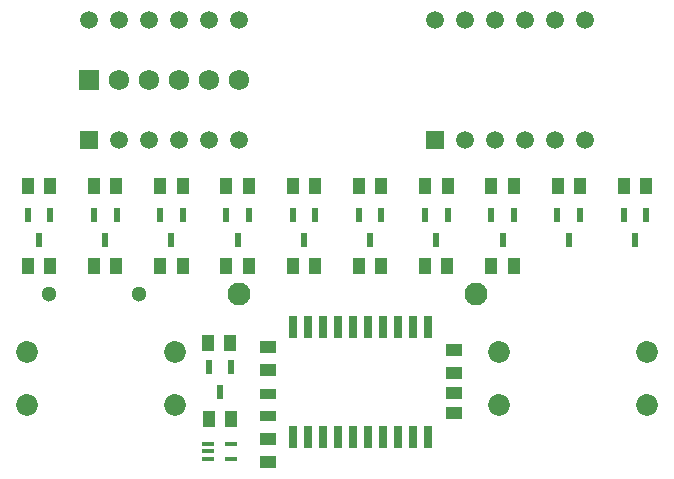
<source format=gbr>
%TF.GenerationSoftware,KiCad,Pcbnew,(5.1.10)-1*%
%TF.CreationDate,2021-07-06T17:58:10+02:00*%
%TF.ProjectId,StopWatch,53746f70-5761-4746-9368-2e6b69636164,rev?*%
%TF.SameCoordinates,Original*%
%TF.FileFunction,Soldermask,Top*%
%TF.FilePolarity,Negative*%
%FSLAX46Y46*%
G04 Gerber Fmt 4.6, Leading zero omitted, Abs format (unit mm)*
G04 Created by KiCad (PCBNEW (5.1.10)-1) date 2021-07-06 17:58:10*
%MOMM*%
%LPD*%
G01*
G04 APERTURE LIST*
%ADD10C,1.500000*%
%ADD11R,1.500000X1.500000*%
%ADD12R,1.400000X1.000000*%
%ADD13R,1.000000X1.400000*%
%ADD14R,0.600000X1.250000*%
%ADD15R,1.050000X0.400000*%
%ADD16C,1.850000*%
%ADD17C,1.950000*%
%ADD18C,1.300000*%
%ADD19R,1.400000X0.950000*%
%ADD20C,1.725000*%
%ADD21R,1.725000X1.725000*%
%ADD22R,0.650000X1.850000*%
%ADD23R,1.470000X1.050000*%
G04 APERTURE END LIST*
D10*
%TO.C,U3*%
X76970000Y-46360000D03*
X69350000Y-36200000D03*
X66810000Y-36200000D03*
X71890000Y-36200000D03*
X74430000Y-36200000D03*
X76970000Y-36200000D03*
X79510000Y-46360000D03*
X79510000Y-36200000D03*
X71890000Y-46360000D03*
X74430000Y-46360000D03*
D11*
X66810000Y-46360000D03*
D10*
X69350000Y-46360000D03*
%TD*%
%TO.C,U1*%
X37500000Y-36200000D03*
X40040000Y-36200000D03*
X42580000Y-36200000D03*
X45120000Y-36200000D03*
X47660000Y-36200000D03*
X50200000Y-36200000D03*
X50200000Y-46360000D03*
X47660000Y-46360000D03*
X45120000Y-46360000D03*
X42580000Y-46360000D03*
X40040000Y-46360000D03*
D11*
X37500000Y-46360000D03*
%TD*%
D12*
%TO.C,R27*%
X52681800Y-73568500D03*
X52681800Y-71668500D03*
%TD*%
D13*
%TO.C,R26*%
X82780000Y-50240000D03*
X84680000Y-50240000D03*
%TD*%
%TO.C,R25*%
X79073700Y-50230000D03*
X77173700Y-50230000D03*
%TD*%
%TO.C,R24*%
X34223400Y-56960000D03*
X32323400Y-56960000D03*
%TD*%
%TO.C,R23*%
X34223400Y-50221000D03*
X32323400Y-50221000D03*
%TD*%
%TO.C,R22*%
X37927200Y-56960000D03*
X39827200Y-56960000D03*
%TD*%
%TO.C,R21*%
X37929700Y-50221000D03*
X39829700Y-50221000D03*
%TD*%
%TO.C,R20*%
X43531000Y-56960000D03*
X45431000Y-56960000D03*
%TD*%
%TO.C,R19*%
X45436000Y-50221000D03*
X43536000Y-50221000D03*
%TD*%
%TO.C,R18*%
X73450000Y-56960000D03*
X71550000Y-56960000D03*
%TD*%
%TO.C,R17*%
X71567400Y-50221000D03*
X73467400Y-50221000D03*
%TD*%
D14*
%TO.C,Q11*%
X83730000Y-54772600D03*
X82775000Y-52672600D03*
X84685000Y-52672600D03*
%TD*%
%TO.C,Q10*%
X78123700Y-54771800D03*
X77168700Y-52671800D03*
X79078700Y-52671800D03*
%TD*%
%TO.C,Q9*%
X33273400Y-54776200D03*
X32318400Y-52676200D03*
X34228400Y-52676200D03*
%TD*%
%TO.C,Q8*%
X38879700Y-54776200D03*
X37924700Y-52676200D03*
X39834700Y-52676200D03*
%TD*%
%TO.C,Q7*%
X44486000Y-54776200D03*
X43531000Y-52676200D03*
X45441000Y-52676200D03*
%TD*%
%TO.C,Q6*%
X72517400Y-54776200D03*
X71562400Y-52676200D03*
X73472400Y-52676200D03*
%TD*%
D15*
%TO.C,IC2*%
X49497100Y-72040000D03*
X49497100Y-73340000D03*
X47597100Y-73340000D03*
X47597100Y-72690000D03*
X47597100Y-72040000D03*
%TD*%
D16*
%TO.C,S1*%
X72252000Y-64256000D03*
X84752000Y-64256000D03*
X72252000Y-68756000D03*
X84752000Y-68756000D03*
%TD*%
%TO.C,S2*%
X32252000Y-64256000D03*
X44752000Y-64256000D03*
X32252000Y-68756000D03*
X44752000Y-68756000D03*
%TD*%
D17*
%TO.C,U2*%
X50228500Y-59378700D03*
X70228500Y-59378700D03*
%TD*%
D13*
%TO.C,R14*%
X49546000Y-69936000D03*
X47646000Y-69936000D03*
%TD*%
%TO.C,R13*%
X49450000Y-63500000D03*
X47550000Y-63500000D03*
%TD*%
%TO.C,R10*%
X51034800Y-56960000D03*
X49134800Y-56960000D03*
%TD*%
%TO.C,R9*%
X51042300Y-50221000D03*
X49142300Y-50221000D03*
%TD*%
%TO.C,R8*%
X56638600Y-56960000D03*
X54738600Y-56960000D03*
%TD*%
%TO.C,R7*%
X56648600Y-50221000D03*
X54748600Y-50221000D03*
%TD*%
%TO.C,R6*%
X62242400Y-56960000D03*
X60342400Y-56960000D03*
%TD*%
%TO.C,R5*%
X62254800Y-50221000D03*
X60354800Y-50221000D03*
%TD*%
%TO.C,R4*%
X67846200Y-56960000D03*
X65946200Y-56960000D03*
%TD*%
D12*
%TO.C,R3*%
X52656000Y-65799000D03*
X52656000Y-63899000D03*
%TD*%
%TO.C,R2*%
X68370000Y-64154000D03*
X68370000Y-66054000D03*
%TD*%
D13*
%TO.C,R1*%
X67861100Y-50221000D03*
X65961100Y-50221000D03*
%TD*%
D14*
%TO.C,Q5*%
X48596000Y-67684000D03*
X47641000Y-65584000D03*
X49551000Y-65584000D03*
%TD*%
%TO.C,Q4*%
X50092300Y-54776200D03*
X49137300Y-52676200D03*
X51047300Y-52676200D03*
%TD*%
%TO.C,Q3*%
X55698600Y-54776200D03*
X54743600Y-52676200D03*
X56653600Y-52676200D03*
%TD*%
%TO.C,Q2*%
X61304800Y-54776200D03*
X60349800Y-52676200D03*
X62259800Y-52676200D03*
%TD*%
%TO.C,Q1*%
X66911100Y-54776200D03*
X65956100Y-52676200D03*
X67866100Y-52676200D03*
%TD*%
D18*
%TO.C,LS1*%
X34157600Y-59378700D03*
X41757600Y-59378700D03*
%TD*%
D19*
%TO.C,LED1*%
X52622000Y-67832000D03*
X52622000Y-69732000D03*
%TD*%
D20*
%TO.C,J1*%
X50200000Y-41265000D03*
X47660000Y-41265000D03*
X45120000Y-41265000D03*
X42580000Y-41265000D03*
X40040000Y-41265000D03*
D21*
X37500000Y-41265000D03*
%TD*%
D22*
%TO.C,IC1*%
X66211000Y-71491000D03*
X64941000Y-71491000D03*
X63671000Y-71491000D03*
X62401000Y-71491000D03*
X61131000Y-71491000D03*
X59861000Y-71491000D03*
X58591000Y-71491000D03*
X57321000Y-71491000D03*
X56051000Y-71491000D03*
X54781000Y-71491000D03*
X54781000Y-62141000D03*
X56051000Y-62141000D03*
X57321000Y-62141000D03*
X58591000Y-62141000D03*
X59861000Y-62141000D03*
X61131000Y-62141000D03*
X62401000Y-62141000D03*
X63671000Y-62141000D03*
X64941000Y-62141000D03*
X66211000Y-62141000D03*
%TD*%
D23*
%TO.C,C1*%
X68370000Y-69434000D03*
X68370000Y-67754000D03*
%TD*%
M02*

</source>
